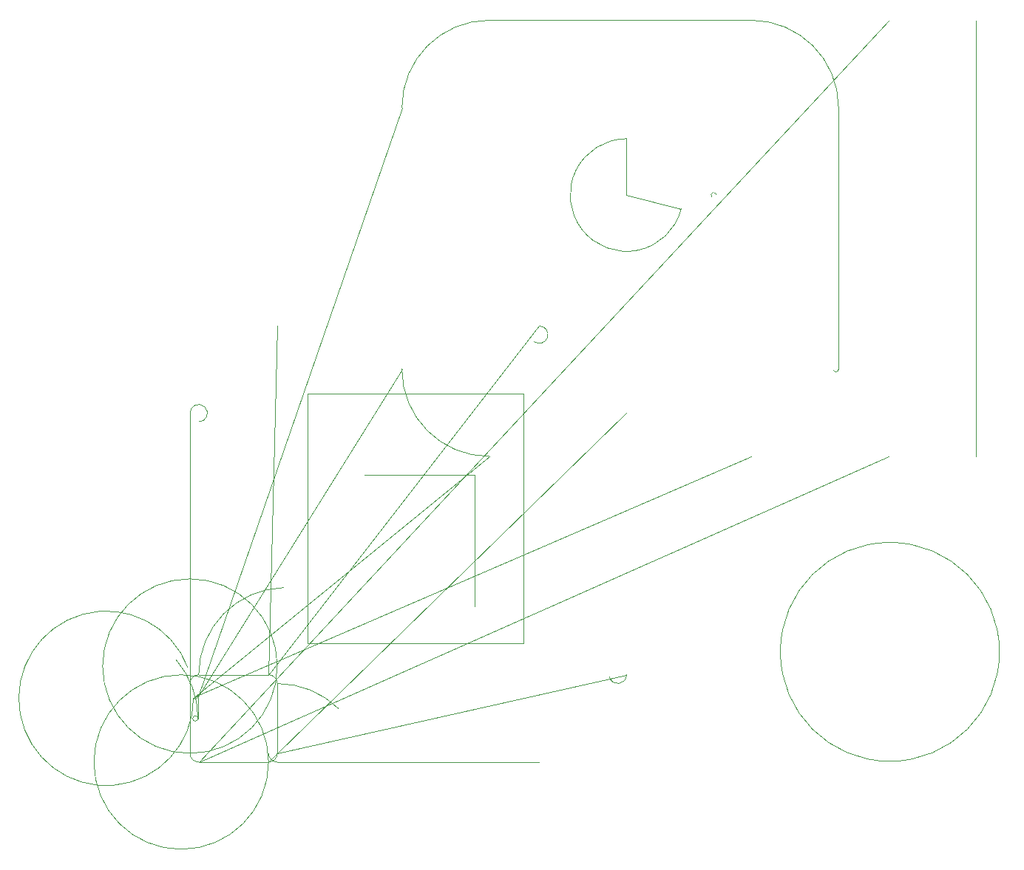
<source format=gtl>
From e3c59e39cf9bc64ce9d76c324b82956a65515f16 Mon Sep 17 00:00:00 2001
From: opiopan <opiopan@gmail.com>
Date: Sun, 7 Apr 2019 22:22:33 +0900
Subject: expand test and fix many issues

---
 tests/expects/dxf_to_inch.gtl | 42 ++++++++++++++++++++++++++++++++++++++++++
 1 file changed, 42 insertions(+)
 create mode 100644 tests/expects/dxf_to_inch.gtl

(limited to 'tests/expects/dxf_to_inch.gtl')

diff --git a/tests/expects/dxf_to_inch.gtl b/tests/expects/dxf_to_inch.gtl
new file mode 100644
index 0000000..ee630c9
--- /dev/null
+++ b/tests/expects/dxf_to_inch.gtl
@@ -0,0 +1,42 @@
+G75*
+%MOIN*%
+%OFA0B0*%
+%FSLAX25Y25*%
+%IPPOS*%
+%LPD*%
+%ADD10C,0*%
+D10*
+G01*
+X35433Y0D02*
+G75*
+G01*
+X3937Y0D01*
+G02*
+X0Y3937I0J3937D01*
+G01*
+X0Y35433D01*
+G02*
+X3937Y39370I3937J0D01*
+G01*
+X35433Y39370D01*
+G02*
+X39370Y35433I0J-3937D01*
+G01*
+X39370Y3937D01*
+G02*
+X35433Y0I-3937J0D01*
+G01*
+X3610Y19685D02*
+G75*
+G03*
+X3610Y19685I-1181J0D01*
+G01*
+X3610Y29570D02*
+G75*
+G02*
+X1573Y28756I-1181J0D01*
+G01*
+X2429Y29570D01*
+G01*
+X3610Y29570D01*
+M02*
-- 
cgit 


From 2b1c751ff76ebd6901633235ee694cc93dabce81 Mon Sep 17 00:00:00 2001
From: Hiroshi Murayama <opiopan@gmail.com>
Date: Mon, 9 Sep 2019 09:07:38 +0900
Subject: improve compatibility with RS-274x specification: - can merge
 multiple files having different file scope modifier, such as AS, MI, OF, SF,
 and IR - support modal coordinate notation

---
 tests/expects/dxf_to_inch.gtl | 5 ++---
 1 file changed, 2 insertions(+), 3 deletions(-)

(limited to 'tests/expects/dxf_to_inch.gtl')

diff --git a/tests/expects/dxf_to_inch.gtl b/tests/expects/dxf_to_inch.gtl
index ee630c9..74a4118 100644
--- a/tests/expects/dxf_to_inch.gtl
+++ b/tests/expects/dxf_to_inch.gtl
@@ -1,10 +1,9 @@
-G75*
 %MOIN*%
-%OFA0B0*%
 %FSLAX25Y25*%
 %IPPOS*%
-%LPD*%
 %ADD10C,0*%
+G75*
+%LPD*%
 D10*
 G01*
 X35433Y0D02*
-- 
cgit 


From fc3f1a23b87d9c4e51967abb0ed4107daa2be5cf Mon Sep 17 00:00:00 2001
From: Hiroshi Murayama <opiopan@gmail.com>
Date: Sat, 28 Sep 2019 17:40:09 +0900
Subject: improve DXF file handling functions: - DM_LINE mode support to
 generate Excellon routing sequence - DM_MOUSE_BITES mode support to generate
 mouse bites along all path also,  not only line object

---
 tests/expects/dxf_to_inch.gtl | 10 +++++-----
 1 file changed, 5 insertions(+), 5 deletions(-)

(limited to 'tests/expects/dxf_to_inch.gtl')

diff --git a/tests/expects/dxf_to_inch.gtl b/tests/expects/dxf_to_inch.gtl
index 74a4118..16a94cf 100644
--- a/tests/expects/dxf_to_inch.gtl
+++ b/tests/expects/dxf_to_inch.gtl
@@ -25,11 +25,6 @@ X39370Y3937D01*
 G02*
 X35433Y0I-3937J0D01*
 G01*
-X3610Y19685D02*
-G75*
-G03*
-X3610Y19685I-1181J0D01*
-G01*
 X3610Y29570D02*
 G75*
 G02*
@@ -38,4 +33,9 @@ G01*
 X2429Y29570D01*
 G01*
 X3610Y29570D01*
+G01*
+X3610Y19685D02*
+G75*
+G02*
+X3610Y19685I-1181J0D01*
 M02*
-- 
cgit 


From 48b35377b1cce897a70d1d037b3e73b616af9be7 Mon Sep 17 00:00:00 2001
From: Hiroshi Murayama <opiopan@gmail.com>
Date: Sat, 28 Sep 2019 20:42:11 +0900
Subject: minor refactoring

---
 tests/expects/dxf_to_inch.gtl | 2 +-
 1 file changed, 1 insertion(+), 1 deletion(-)

(limited to 'tests/expects/dxf_to_inch.gtl')

diff --git a/tests/expects/dxf_to_inch.gtl b/tests/expects/dxf_to_inch.gtl
index 16a94cf..aa862bf 100644
--- a/tests/expects/dxf_to_inch.gtl
+++ b/tests/expects/dxf_to_inch.gtl
@@ -36,6 +36,6 @@ X3610Y29570D01*
 G01*
 X3610Y19685D02*
 G75*
-G02*
+G03*
 X3610Y19685I-1181J0D01*
 M02*
-- 
cgit 


From 244fcaa5346f4fad819cc2b72857cfb2c472944a Mon Sep 17 00:00:00 2001
From: Hiroshi Murayama <opiopan@gmail.com>
Date: Sat, 28 Dec 2019 23:45:33 +0900
Subject: add a function that generate filled gerberdata with representing
 internal shape by fliping polarity

---
 tests/expects/dxf_to_inch.gtl | 82 +++++++++++++++++++++++++++++++++++--------
 1 file changed, 67 insertions(+), 15 deletions(-)

(limited to 'tests/expects/dxf_to_inch.gtl')

diff --git a/tests/expects/dxf_to_inch.gtl b/tests/expects/dxf_to_inch.gtl
index aa862bf..f838214 100644
--- a/tests/expects/dxf_to_inch.gtl
+++ b/tests/expects/dxf_to_inch.gtl
@@ -6,36 +6,88 @@ G75*
 %LPD*%
 D10*
 G01*
-X35433Y0D02*
+X314961Y334646D02*
 G75*
 G01*
-X3937Y0D01*
+X314961Y137795D01*
+G01*
+X354331Y334646D02*
+G75*
+G01*
+X354331Y137795D01*
+G01*
+X78740Y129681D02*
+G75*
+G01*
+X128278Y129681D01*
+G01*
+X128278Y70253D01*
+G01*
+X157480Y0D02*
+G75*
+G01*
+X39370Y0D01*
 G02*
-X0Y3937I0J3937D01*
+X0Y39370I0J39370D01*
 G01*
-X0Y35433D01*
+X0Y157480D01*
 G02*
-X3937Y39370I3937J0D01*
+X39370Y196850I39370J0D01*
 G01*
-X35433Y39370D01*
+X157480Y196850D01*
 G02*
-X39370Y35433I0J-3937D01*
+X196850Y157480I0J-39370D01*
 G01*
-X39370Y3937D01*
+X196850Y39370D01*
 G02*
-X35433Y0I-3937J0D01*
+X157480Y0I-39370J0D01*
 G01*
-X3610Y29570D02*
+X292403Y295431D02*
 G75*
+G01*
+X292403Y177320D01*
 G02*
-X1573Y28756I-1181J0D01*
+X253033Y137950I-39370J0D01*
 G01*
-X2429Y29570D01*
+X134923Y137950D01*
+G02*
+X95553Y177320I0J39370D01*
 G01*
-X3610Y29570D01*
+X95553Y295431D01*
+G02*
+X134923Y334801I39370J0D01*
+G01*
+X253033Y334801D01*
+G02*
+X292403Y295431I0J-39370D01*
 G01*
-X3610Y19685D02*
+X150409Y166166D02*
+G75*
+G01*
+X52957Y166166D01*
+G01*
+X52957Y53528D01*
+G01*
+X150409Y53528D01*
+G01*
+X150409Y166166D01*
+G01*
+X364964Y49731D02*
+G75*
+G03*
+X364964Y49731I-49395J0D01*
+G01*
+X237312Y255906D02*
 G75*
 G03*
-X3610Y19685I-1181J0D01*
+X237312Y255906I-40462J0D01*
+G01*
+X196850Y255906D02*
+G75*
+G01*
+X196850Y281336D01*
+G03*
+X221497Y249641I0J-25430D01*
+G01*
+X196850Y255906D01*
 M02*
-- 
cgit 


</source>
